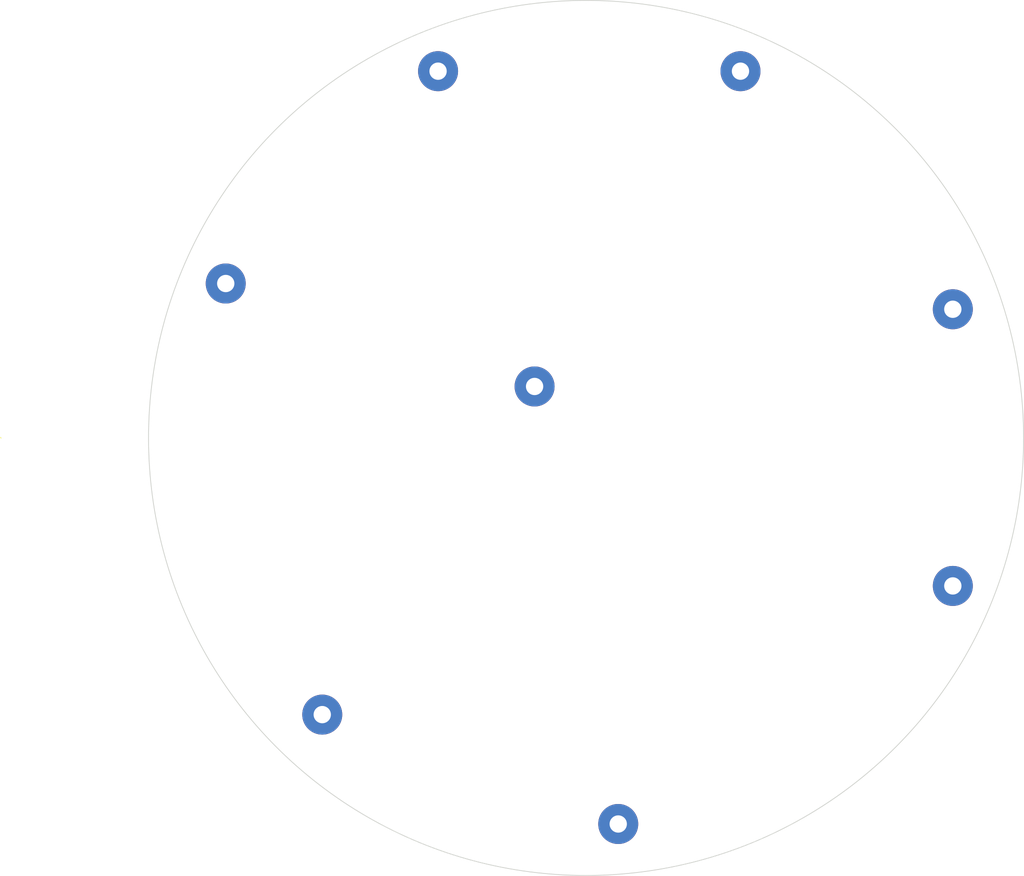
<source format=kicad_pcb>
(kicad_pcb (version 20171130) (host pcbnew "(5.1.9)-1")

  (general
    (thickness 1.6)
    (drawings 219)
    (tracks 8)
    (zones 0)
    (modules 0)
    (nets 1)
  )

  (page A4)
  (layers
    (0 F.Cu signal)
    (31 B.Cu signal)
    (32 B.Adhes user)
    (33 F.Adhes user)
    (34 B.Paste user)
    (35 F.Paste user)
    (36 B.SilkS user)
    (37 F.SilkS user)
    (38 B.Mask user)
    (39 F.Mask user)
    (40 Dwgs.User user)
    (41 Cmts.User user)
    (42 Eco1.User user)
    (43 Eco2.User user)
    (44 Edge.Cuts user)
    (45 Margin user)
    (46 B.CrtYd user)
    (47 F.CrtYd user)
    (48 B.Fab user)
    (49 F.Fab user)
  )

  (setup
    (last_trace_width 0.25)
    (trace_clearance 0.2)
    (zone_clearance 0.508)
    (zone_45_only no)
    (trace_min 0.2)
    (via_size 0.8)
    (via_drill 0.4)
    (via_min_size 0.4)
    (via_min_drill 0.3)
    (uvia_size 0.3)
    (uvia_drill 0.1)
    (uvias_allowed no)
    (uvia_min_size 0.2)
    (uvia_min_drill 0.1)
    (edge_width 0.05)
    (segment_width 0.2)
    (pcb_text_width 0.3)
    (pcb_text_size 1.5 1.5)
    (mod_edge_width 0.12)
    (mod_text_size 1 1)
    (mod_text_width 0.15)
    (pad_size 1.524 1.524)
    (pad_drill 0.762)
    (pad_to_mask_clearance 0)
    (aux_axis_origin 0 0)
    (visible_elements 7FFFFFFF)
    (pcbplotparams
      (layerselection 0x010fc_ffffffff)
      (usegerberextensions false)
      (usegerberattributes true)
      (usegerberadvancedattributes true)
      (creategerberjobfile true)
      (excludeedgelayer true)
      (linewidth 0.100000)
      (plotframeref false)
      (viasonmask false)
      (mode 1)
      (useauxorigin false)
      (hpglpennumber 1)
      (hpglpenspeed 20)
      (hpglpendiameter 15.000000)
      (psnegative false)
      (psa4output false)
      (plotreference true)
      (plotvalue true)
      (plotinvisibletext false)
      (padsonsilk false)
      (subtractmaskfromsilk false)
      (outputformat 1)
      (mirror false)
      (drillshape 1)
      (scaleselection 1)
      (outputdirectory ""))
  )

  (net 0 "")

  (net_class Default "This is the default net class."
    (clearance 0.2)
    (trace_width 0.25)
    (via_dia 0.8)
    (via_drill 0.4)
    (uvia_dia 0.3)
    (uvia_drill 0.1)
  )

  (net_class PowerLine ""
    (clearance 0.2)
    (trace_width 0.5)
    (via_dia 0.8)
    (via_drill 0.4)
    (uvia_dia 0.3)
    (uvia_drill 0.1)
  )

  (gr_curve (pts (xy -3.57189 95.2504) (xy -3.57189 95.2504) (xy -3.57189 95.2504) (xy -3.57189 95.2504)) (layer F.SilkS) (width 0.2))
  (gr_curve (pts (xy -3.57189 95.2504) (xy -3.57189 95.2504) (xy -3.57189 95.2504) (xy -3.57189 95.2504)) (layer F.SilkS) (width 0.2))
  (gr_curve (pts (xy -3.57189 95.2504) (xy -3.57189 95.2504) (xy -3.57189 95.2504) (xy -3.57189 95.2504)) (layer F.SilkS) (width 0.2))
  (gr_curve (pts (xy -3.57189 95.2504) (xy -3.57189 95.2504) (xy -3.57189 95.2504) (xy -3.57189 95.2504)) (layer F.SilkS) (width 0.2))
  (gr_curve (pts (xy -3.57189 95.2504) (xy -3.57189 95.2504) (xy -3.57189 95.2504) (xy -3.57189 95.2504)) (layer F.SilkS) (width 0.2))
  (gr_curve (pts (xy -3.57189 95.2504) (xy -3.57189 95.2504) (xy -3.57189 95.2504) (xy -3.57189 95.2504)) (layer F.SilkS) (width 0.2))
  (gr_curve (pts (xy -3.57189 95.2504) (xy -3.57189 95.2504) (xy -3.57189 95.2504) (xy -3.57189 95.2504)) (layer F.SilkS) (width 0.2))
  (gr_curve (pts (xy -3.57189 95.2504) (xy -3.57189 95.2504) (xy -3.57189 95.2504) (xy -3.57189 95.2504)) (layer F.SilkS) (width 0.2))
  (gr_curve (pts (xy -3.57189 95.2504) (xy -3.57189 95.2504) (xy -3.57189 95.2504) (xy -3.57189 95.2504)) (layer F.SilkS) (width 0.2))
  (gr_curve (pts (xy -3.57189 95.2504) (xy -3.57189 95.2504) (xy -3.57189 95.2504) (xy -3.57189 95.2504)) (layer F.SilkS) (width 0.2))
  (gr_curve (pts (xy -3.57189 95.2504) (xy -3.57189 95.2504) (xy -3.57189 95.2504) (xy -3.57189 95.2504)) (layer F.SilkS) (width 0.2))
  (gr_curve (pts (xy -3.57189 95.2504) (xy -3.57189 95.2504) (xy -3.57189 95.2504) (xy -3.57189 95.2504)) (layer F.SilkS) (width 0.2))
  (gr_curve (pts (xy -3.57189 95.2504) (xy -3.57189 95.2504) (xy -3.57189 95.2504) (xy -3.57189 95.2504)) (layer F.SilkS) (width 0.2))
  (gr_curve (pts (xy -3.57189 95.2504) (xy -3.57189 95.2504) (xy -3.57189 95.2504) (xy -3.57189 95.2504)) (layer F.SilkS) (width 0.2))
  (gr_curve (pts (xy -3.57189 95.2504) (xy -3.57189 95.2504) (xy -3.57189 95.2504) (xy -3.57189 95.2504)) (layer F.SilkS) (width 0.2))
  (gr_curve (pts (xy -3.57189 95.2504) (xy -3.57189 95.2504) (xy -3.57189 95.2504) (xy -3.57189 95.2504)) (layer F.SilkS) (width 0.2))
  (gr_curve (pts (xy -3.57189 95.2504) (xy -3.57189 95.2504) (xy -3.57189 95.2504) (xy -3.57189 95.2504)) (layer F.SilkS) (width 0.2))
  (gr_curve (pts (xy -3.57189 95.2504) (xy -3.57189 95.2504) (xy -3.57189 95.2504) (xy -3.57189 95.2504)) (layer F.SilkS) (width 0.2))
  (gr_curve (pts (xy -3.57189 95.2504) (xy -3.57189 95.2504) (xy -3.57189 95.2504) (xy -3.57189 95.2504)) (layer F.SilkS) (width 0.2))
  (gr_curve (pts (xy -3.57189 95.2504) (xy -3.57189 95.2504) (xy -3.57189 95.2504) (xy -3.57189 95.2504)) (layer F.SilkS) (width 0.2))
  (gr_curve (pts (xy -3.57189 95.2504) (xy -3.57189 95.2504) (xy -3.57189 95.2504) (xy -3.57189 95.2504)) (layer F.SilkS) (width 0.2))
  (gr_curve (pts (xy -3.57189 95.2504) (xy -3.57189 95.2504) (xy -3.57189 95.2504) (xy -3.57189 95.2504)) (layer F.SilkS) (width 0.2))
  (gr_curve (pts (xy -3.57189 95.2504) (xy -3.57189 95.2504) (xy -3.57189 95.2504) (xy -3.57189 95.2504)) (layer F.SilkS) (width 0.2))
  (gr_curve (pts (xy -3.57189 95.2504) (xy -3.57189 95.2504) (xy -3.57189 95.2504) (xy -3.57189 95.2504)) (layer F.SilkS) (width 0.2))
  (gr_curve (pts (xy -3.57189 95.2504) (xy -3.57189 95.2504) (xy -3.57189 95.2504) (xy -3.57189 95.2504)) (layer F.SilkS) (width 0.2))
  (gr_curve (pts (xy -3.57189 95.2504) (xy -3.57189 95.2504) (xy -3.57189 95.2504) (xy -3.57189 95.2504)) (layer F.SilkS) (width 0.2))
  (gr_curve (pts (xy -3.57189 95.2504) (xy -3.57189 95.2504) (xy -3.57189 95.2504) (xy -3.57189 95.2504)) (layer F.SilkS) (width 0.2))
  (gr_curve (pts (xy -3.57189 95.2504) (xy -3.57189 95.2504) (xy -3.57189 95.2504) (xy -3.57189 95.2504)) (layer F.SilkS) (width 0.2))
  (gr_curve (pts (xy -3.57189 95.2504) (xy -3.57189 95.2504) (xy -3.57189 95.2504) (xy -3.57189 95.2504)) (layer F.SilkS) (width 0.2))
  (gr_curve (pts (xy -3.57189 95.2504) (xy -3.57189 95.2504) (xy -3.57189 95.2504) (xy -3.57189 95.2504)) (layer F.SilkS) (width 0.2))
  (gr_curve (pts (xy -3.57189 95.2504) (xy -3.57189 95.2504) (xy -3.57189 95.2504) (xy -3.57189 95.2504)) (layer F.SilkS) (width 0.2))
  (gr_curve (pts (xy -3.57189 95.2504) (xy -3.57189 95.2504) (xy -3.57189 95.2504) (xy -3.57189 95.2504)) (layer F.SilkS) (width 0.2))
  (gr_curve (pts (xy -3.57189 95.2504) (xy -3.57189 95.2504) (xy -3.57189 95.2504) (xy -3.57189 95.2504)) (layer F.SilkS) (width 0.2))
  (gr_curve (pts (xy -3.57189 95.2504) (xy -3.57189 95.2504) (xy -3.57189 95.2504) (xy -3.57189 95.2504)) (layer F.SilkS) (width 0.2))
  (gr_curve (pts (xy -3.57189 95.2504) (xy -3.57189 95.2504) (xy -3.57189 95.2504) (xy -3.57189 95.2504)) (layer F.SilkS) (width 0.2))
  (gr_curve (pts (xy -3.57189 95.2504) (xy -3.57189 95.2504) (xy -3.57189 95.2504) (xy -3.57189 95.2504)) (layer F.SilkS) (width 0.2))
  (gr_curve (pts (xy -3.57189 95.2504) (xy -3.57189 95.2504) (xy -3.57189 95.2504) (xy -3.57189 95.2504)) (layer F.SilkS) (width 0.2))
  (gr_curve (pts (xy -3.57189 95.2504) (xy -3.57189 95.2504) (xy -3.57189 95.2504) (xy -3.57189 95.2504)) (layer F.SilkS) (width 0.2))
  (gr_curve (pts (xy -3.57189 95.2504) (xy -3.57189 95.2504) (xy -3.57189 95.2504) (xy -3.57189 95.2504)) (layer F.SilkS) (width 0.2))
  (gr_curve (pts (xy -3.57189 95.2504) (xy -3.57189 95.2504) (xy -3.57189 95.2504) (xy -3.57189 95.2504)) (layer F.SilkS) (width 0.2))
  (gr_curve (pts (xy -3.57189 95.2504) (xy -3.57189 95.2504) (xy -3.57189 95.2504) (xy -3.57189 95.2504)) (layer F.SilkS) (width 0.2))
  (gr_curve (pts (xy -3.57189 95.2504) (xy -3.57189 95.2504) (xy -3.57189 95.2504) (xy -3.57189 95.2504)) (layer F.SilkS) (width 0.2))
  (gr_curve (pts (xy -3.57189 95.2504) (xy -3.57189 95.2504) (xy -3.57189 95.2504) (xy -3.57189 95.2504)) (layer F.SilkS) (width 0.2))
  (gr_curve (pts (xy -3.57189 95.2504) (xy -3.57189 95.2504) (xy -3.57189 95.2504) (xy -3.57189 95.2504)) (layer F.SilkS) (width 0.2))
  (gr_curve (pts (xy -3.57189 95.2504) (xy -3.57189 95.2504) (xy -3.57189 95.2504) (xy -3.57189 95.2504)) (layer F.SilkS) (width 0.2))
  (gr_curve (pts (xy -3.57189 95.2504) (xy -3.57189 95.2504) (xy -3.57189 95.2504) (xy -3.57189 95.2504)) (layer F.SilkS) (width 0.2))
  (gr_curve (pts (xy -3.57189 95.2504) (xy -3.57189 95.2504) (xy -3.57189 95.2504) (xy -3.57189 95.2504)) (layer F.SilkS) (width 0.2))
  (gr_curve (pts (xy -3.57189 95.2504) (xy -3.57189 95.2504) (xy -3.57189 95.2504) (xy -3.57189 95.2504)) (layer F.SilkS) (width 0.2))
  (gr_curve (pts (xy -3.57189 95.2504) (xy -3.57189 95.2504) (xy -3.57189 95.2504) (xy -3.57189 95.2504)) (layer F.SilkS) (width 0.2))
  (gr_curve (pts (xy -3.57189 95.2504) (xy -3.57189 95.2504) (xy -3.57189 95.2504) (xy -3.57189 95.2504)) (layer F.SilkS) (width 0.2))
  (gr_curve (pts (xy -3.57189 95.2504) (xy -3.57189 95.2504) (xy -3.57189 95.2504) (xy -3.57189 95.2504)) (layer F.SilkS) (width 0.2))
  (gr_curve (pts (xy -3.57189 95.2504) (xy -3.57189 95.2504) (xy -3.57189 95.2504) (xy -3.57189 95.2504)) (layer F.SilkS) (width 0.2))
  (gr_curve (pts (xy -3.57189 95.2504) (xy -3.57189 95.2504) (xy -3.57189 95.2504) (xy -3.57189 95.2504)) (layer F.SilkS) (width 0.2))
  (gr_curve (pts (xy -3.57189 95.2504) (xy -3.57189 95.2504) (xy -3.57189 95.2504) (xy -3.57189 95.2504)) (layer F.SilkS) (width 0.2))
  (gr_curve (pts (xy -3.57189 95.2504) (xy -3.57189 95.2504) (xy -3.57189 95.2504) (xy -3.57189 95.2504)) (layer F.SilkS) (width 0.2))
  (gr_curve (pts (xy -3.57189 95.2504) (xy -3.57189 95.2504) (xy -3.57189 95.2504) (xy -3.57189 95.2504)) (layer F.SilkS) (width 0.2))
  (gr_curve (pts (xy -3.57189 95.2504) (xy -3.57189 95.2504) (xy -3.57189 95.2504) (xy -3.57189 95.2504)) (layer F.SilkS) (width 0.2))
  (gr_curve (pts (xy -3.57189 95.2504) (xy -3.57189 95.2504) (xy -3.57189 95.2504) (xy -3.57189 95.2504)) (layer F.SilkS) (width 0.2))
  (gr_curve (pts (xy -3.57189 95.2504) (xy -3.57189 95.2504) (xy -3.57189 95.2504) (xy -3.57189 95.2504)) (layer F.SilkS) (width 0.2))
  (gr_curve (pts (xy -3.57189 95.2504) (xy -3.57189 95.2504) (xy -3.57189 95.2504) (xy -3.57189 95.2504)) (layer F.SilkS) (width 0.2))
  (gr_curve (pts (xy -3.57189 95.2504) (xy -3.57189 95.2504) (xy -3.57189 95.2504) (xy -3.57189 95.2504)) (layer F.SilkS) (width 0.2))
  (gr_curve (pts (xy -3.57189 95.2504) (xy -3.57189 95.2504) (xy -3.57189 95.2504) (xy -3.57189 95.2504)) (layer F.SilkS) (width 0.2))
  (gr_curve (pts (xy -3.57189 95.2504) (xy -3.57189 95.2504) (xy -3.57189 95.2504) (xy -3.57189 95.2504)) (layer F.SilkS) (width 0.2))
  (gr_curve (pts (xy -3.57189 95.2504) (xy -3.57189 95.2504) (xy -3.57189 95.2504) (xy -3.57189 95.2504)) (layer F.SilkS) (width 0.2))
  (gr_curve (pts (xy -3.57189 95.2504) (xy -3.57189 95.2504) (xy -3.57189 95.2504) (xy -3.57189 95.2504)) (layer F.SilkS) (width 0.2))
  (gr_curve (pts (xy -3.57189 95.2504) (xy -3.57189 95.2504) (xy -3.57189 95.2504) (xy -3.57189 95.2504)) (layer F.SilkS) (width 0.2))
  (gr_curve (pts (xy -3.57189 95.2504) (xy -3.57189 95.2504) (xy -3.57189 95.2504) (xy -3.57189 95.2504)) (layer F.SilkS) (width 0.2))
  (gr_curve (pts (xy -3.57189 95.2504) (xy -3.57189 95.2504) (xy -3.57189 95.2504) (xy -3.57189 95.2504)) (layer F.SilkS) (width 0.2))
  (gr_curve (pts (xy -3.57189 95.2504) (xy -3.57189 95.2504) (xy -3.57189 95.2504) (xy -3.57189 95.2504)) (layer F.SilkS) (width 0.2))
  (gr_curve (pts (xy -3.57189 95.2504) (xy -3.57189 95.2504) (xy -3.57189 95.2504) (xy -3.57189 95.2504)) (layer F.SilkS) (width 0.2))
  (gr_curve (pts (xy -3.57189 95.2504) (xy -3.57189 95.2504) (xy -3.57189 95.2504) (xy -3.57189 95.2504)) (layer F.SilkS) (width 0.2))
  (gr_curve (pts (xy -3.57189 95.2504) (xy -3.57189 95.2504) (xy -3.57189 95.2504) (xy -3.57189 95.2504)) (layer F.SilkS) (width 0.2))
  (gr_curve (pts (xy -3.57189 95.2504) (xy -3.57189 95.2504) (xy -3.57189 95.2504) (xy -3.57189 95.2504)) (layer F.SilkS) (width 0.2))
  (gr_curve (pts (xy -3.57189 95.2504) (xy -3.57189 95.2504) (xy -3.57189 95.2504) (xy -3.57189 95.2504)) (layer F.SilkS) (width 0.2))
  (gr_curve (pts (xy -3.57189 95.2504) (xy -3.57189 95.2504) (xy -3.57189 95.2504) (xy -3.57189 95.2504)) (layer F.SilkS) (width 0.2))
  (gr_curve (pts (xy -3.57189 95.2504) (xy -3.57189 95.2504) (xy -3.57189 95.2504) (xy -3.57189 95.2504)) (layer F.SilkS) (width 0.2))
  (gr_curve (pts (xy -3.57189 95.2504) (xy -3.57189 95.2504) (xy -3.57189 95.2504) (xy -3.57189 95.2504)) (layer F.SilkS) (width 0.2))
  (gr_curve (pts (xy -3.57189 95.2504) (xy -3.57189 95.2504) (xy -3.57189 95.2504) (xy -3.57189 95.2504)) (layer F.SilkS) (width 0.2))
  (gr_curve (pts (xy -3.57189 95.2504) (xy -3.57189 95.2504) (xy -3.57189 95.2504) (xy -3.57189 95.2504)) (layer F.SilkS) (width 0.2))
  (gr_curve (pts (xy -3.57189 95.2504) (xy -3.57189 95.2504) (xy -3.57189 95.2504) (xy -3.57189 95.2504)) (layer F.SilkS) (width 0.2))
  (gr_curve (pts (xy -3.57189 95.2504) (xy -3.57189 95.2504) (xy -3.57189 95.2504) (xy -3.57189 95.2504)) (layer F.SilkS) (width 0.2))
  (gr_curve (pts (xy -3.57189 95.2504) (xy -3.57189 95.2504) (xy -3.57189 95.2504) (xy -3.57189 95.2504)) (layer F.SilkS) (width 0.2))
  (gr_curve (pts (xy -3.57189 95.2504) (xy -3.57189 95.2504) (xy -3.57189 95.2504) (xy -3.57189 95.2504)) (layer F.SilkS) (width 0.2))
  (gr_curve (pts (xy -3.57189 95.2504) (xy -3.57189 95.2504) (xy -3.57189 95.2504) (xy -3.57189 95.2504)) (layer F.SilkS) (width 0.2))
  (gr_curve (pts (xy -3.57189 95.2504) (xy -3.57189 95.2504) (xy -3.57189 95.2504) (xy -3.57189 95.2504)) (layer F.SilkS) (width 0.2))
  (gr_curve (pts (xy -3.57189 95.2504) (xy -3.57189 95.2504) (xy -3.57189 95.2504) (xy -3.57189 95.2504)) (layer F.SilkS) (width 0.2))
  (gr_curve (pts (xy -3.57189 95.2504) (xy -3.57189 95.2504) (xy -3.57189 95.2504) (xy -3.57189 95.2504)) (layer F.SilkS) (width 0.2))
  (gr_curve (pts (xy -3.57189 95.2504) (xy -3.57189 95.2504) (xy -3.57189 95.2504) (xy -3.57189 95.2504)) (layer F.SilkS) (width 0.2))
  (gr_curve (pts (xy -3.57189 95.2504) (xy -3.57189 95.2504) (xy -3.57189 95.2504) (xy -3.57189 95.2504)) (layer F.SilkS) (width 0.2))
  (gr_curve (pts (xy -3.57189 95.2504) (xy -3.57189 95.2504) (xy -3.57189 95.2504) (xy -3.57189 95.2504)) (layer F.SilkS) (width 0.2))
  (gr_curve (pts (xy -3.57189 95.2504) (xy -3.57189 95.2504) (xy -3.57189 95.2504) (xy -3.57189 95.2504)) (layer F.SilkS) (width 0.2))
  (gr_curve (pts (xy -3.57189 95.2504) (xy -3.57189 95.2504) (xy -3.57189 95.2504) (xy -3.57189 95.2504)) (layer F.SilkS) (width 0.2))
  (gr_curve (pts (xy -3.57189 95.2504) (xy -3.57189 95.2504) (xy -3.57189 95.2504) (xy -3.57189 95.2504)) (layer F.SilkS) (width 0.2))
  (gr_curve (pts (xy -3.57189 95.2504) (xy -3.57189 95.2504) (xy -3.57189 95.2504) (xy -3.57189 95.2504)) (layer F.SilkS) (width 0.2))
  (gr_curve (pts (xy -3.57189 95.2504) (xy -3.57189 95.2504) (xy -3.57189 95.2504) (xy -3.57189 95.2504)) (layer F.SilkS) (width 0.2))
  (gr_curve (pts (xy -3.57189 95.2504) (xy -3.57189 95.2504) (xy -3.57189 95.2504) (xy -3.57189 95.2504)) (layer F.SilkS) (width 0.2))
  (gr_curve (pts (xy -3.57189 95.2504) (xy -3.57189 95.2504) (xy -3.57189 95.2504) (xy -3.57189 95.2504)) (layer F.SilkS) (width 0.2))
  (gr_curve (pts (xy -3.57189 95.2504) (xy -3.57189 95.2504) (xy -3.57189 95.2504) (xy -3.57189 95.2504)) (layer F.SilkS) (width 0.2))
  (gr_curve (pts (xy -3.57189 95.2504) (xy -3.57189 95.2504) (xy -3.57189 95.2504) (xy -3.57189 95.2504)) (layer F.SilkS) (width 0.2))
  (gr_curve (pts (xy -3.57189 95.2504) (xy -3.57189 95.2504) (xy -3.57189 95.2504) (xy -3.57189 95.2504)) (layer F.SilkS) (width 0.2))
  (gr_curve (pts (xy -3.57189 95.2504) (xy -3.57189 95.2504) (xy -3.57189 95.2504) (xy -3.57189 95.2504)) (layer F.SilkS) (width 0.2))
  (gr_curve (pts (xy -3.57189 95.2504) (xy -3.57189 95.2504) (xy -3.57189 95.2504) (xy -3.57189 95.2504)) (layer F.SilkS) (width 0.2))
  (gr_curve (pts (xy -3.57189 95.2504) (xy -3.57189 95.2504) (xy -3.57189 95.2504) (xy -3.57189 95.2504)) (layer F.SilkS) (width 0.2))
  (gr_curve (pts (xy -3.57189 95.2504) (xy -3.57189 95.2504) (xy -3.57189 95.2504) (xy -3.57189 95.2504)) (layer F.SilkS) (width 0.2))
  (gr_curve (pts (xy -3.57189 95.2504) (xy -3.57189 95.2504) (xy -3.57189 95.2504) (xy -3.57189 95.2504)) (layer F.SilkS) (width 0.2))
  (gr_curve (pts (xy -3.57189 95.2504) (xy -3.57189 95.2504) (xy -3.57189 95.2504) (xy -3.57189 95.2504)) (layer F.SilkS) (width 0.2))
  (gr_curve (pts (xy -3.57189 95.2504) (xy -3.57189 95.2504) (xy -3.57189 95.2504) (xy -3.57189 95.2504)) (layer F.SilkS) (width 0.2))
  (gr_curve (pts (xy -3.57189 95.2504) (xy -3.57189 95.2504) (xy -3.57189 95.2504) (xy -3.57189 95.2504)) (layer F.SilkS) (width 0.2))
  (gr_curve (pts (xy -3.57189 95.2504) (xy -3.57189 95.2504) (xy -3.57189 95.2504) (xy -3.57189 95.2504)) (layer F.SilkS) (width 0.2))
  (gr_curve (pts (xy -3.57189 95.2504) (xy -3.57189 95.2504) (xy -3.57189 95.2504) (xy -3.57189 95.2504)) (layer F.SilkS) (width 0.2))
  (gr_curve (pts (xy -3.57189 95.2504) (xy -3.57189 95.2504) (xy -3.57189 95.2504) (xy -3.57189 95.2504)) (layer F.SilkS) (width 0.2))
  (gr_curve (pts (xy -3.57189 95.2504) (xy -3.57189 95.2504) (xy -3.57189 95.2504) (xy -3.57189 95.2504)) (layer F.SilkS) (width 0.2))
  (gr_curve (pts (xy -3.57189 95.2504) (xy -3.57189 95.2504) (xy -3.57189 95.2504) (xy -3.57189 95.2504)) (layer F.SilkS) (width 0.2))
  (gr_curve (pts (xy -3.57189 95.2504) (xy -3.57189 95.2504) (xy -3.57189 95.2504) (xy -3.57189 95.2504)) (layer F.SilkS) (width 0.2))
  (gr_curve (pts (xy -3.57189 95.2504) (xy -3.57189 95.2504) (xy -3.57189 95.2504) (xy -3.57189 95.2504)) (layer F.SilkS) (width 0.2))
  (gr_curve (pts (xy -3.57189 95.2504) (xy -3.57189 95.2504) (xy -3.57189 95.2504) (xy -3.57189 95.2504)) (layer F.SilkS) (width 0.2))
  (gr_curve (pts (xy -3.57189 95.2504) (xy -3.57189 95.2504) (xy -3.57189 95.2504) (xy -3.57189 95.2504)) (layer F.SilkS) (width 0.2))
  (gr_curve (pts (xy -3.57189 95.2504) (xy -3.57189 95.2504) (xy -3.57189 95.2504) (xy -3.57189 95.2504)) (layer F.SilkS) (width 0.2))
  (gr_curve (pts (xy -3.57189 95.2504) (xy -3.57189 95.2504) (xy -3.57189 95.2504) (xy -3.57189 95.2504)) (layer F.SilkS) (width 0.2))
  (gr_curve (pts (xy -3.57189 95.2504) (xy -3.57189 95.2504) (xy -3.57189 95.2504) (xy -3.57189 95.2504)) (layer F.SilkS) (width 0.2))
  (gr_curve (pts (xy -3.57189 95.2504) (xy -3.57189 95.2504) (xy -3.57189 95.2504) (xy -3.57189 95.2504)) (layer F.SilkS) (width 0.2))
  (gr_curve (pts (xy -3.57189 95.2504) (xy -3.57189 95.2504) (xy -3.57189 95.2504) (xy -3.57189 95.2504)) (layer F.SilkS) (width 0.2))
  (gr_curve (pts (xy -3.57189 95.2504) (xy -3.57189 95.2504) (xy -3.57189 95.2504) (xy -3.57189 95.2504)) (layer F.SilkS) (width 0.2))
  (gr_curve (pts (xy -3.57189 95.2504) (xy -3.57189 95.2504) (xy -3.57189 95.2504) (xy -3.57189 95.2504)) (layer F.SilkS) (width 0.2))
  (gr_curve (pts (xy -3.57189 95.2504) (xy -3.57189 95.2504) (xy -3.57189 95.2504) (xy -3.57189 95.2504)) (layer F.SilkS) (width 0.2))
  (gr_curve (pts (xy -3.57189 95.2504) (xy -3.57189 95.2504) (xy -3.57189 95.2504) (xy -3.57189 95.2504)) (layer F.SilkS) (width 0.2))
  (gr_curve (pts (xy -3.57189 95.2504) (xy -3.57189 95.2504) (xy -3.57189 95.2504) (xy -3.57189 95.2504)) (layer F.SilkS) (width 0.2))
  (gr_curve (pts (xy -3.57189 95.2504) (xy -3.57189 95.2504) (xy -3.57189 95.2504) (xy -3.57189 95.2504)) (layer F.SilkS) (width 0.2))
  (gr_curve (pts (xy -3.57189 95.2504) (xy -3.57189 95.2504) (xy -3.57189 95.2504) (xy -3.57189 95.2504)) (layer F.SilkS) (width 0.2))
  (gr_curve (pts (xy -3.57189 95.2504) (xy -3.57189 95.2504) (xy -3.57189 95.2504) (xy -3.57189 95.2504)) (layer F.SilkS) (width 0.2))
  (gr_curve (pts (xy -3.57189 95.2504) (xy -3.57189 95.2504) (xy -3.57189 95.2504) (xy -3.57189 95.2504)) (layer F.SilkS) (width 0.2))
  (gr_curve (pts (xy -3.57189 95.2504) (xy -3.57189 95.2504) (xy -3.57189 95.2504) (xy -3.57189 95.2504)) (layer F.SilkS) (width 0.2))
  (gr_curve (pts (xy -3.57189 95.2504) (xy -3.57189 95.2504) (xy -3.57189 95.2504) (xy -3.57189 95.2504)) (layer F.SilkS) (width 0.2))
  (gr_curve (pts (xy -3.57189 95.2504) (xy -3.57189 95.2504) (xy -3.57189 95.2504) (xy -3.57189 95.2504)) (layer F.SilkS) (width 0.2))
  (gr_curve (pts (xy -3.57189 95.2504) (xy -3.57189 95.2504) (xy -3.57189 95.2504) (xy -3.57189 95.2504)) (layer F.SilkS) (width 0.2))
  (gr_curve (pts (xy -3.57189 95.2504) (xy -3.57189 95.2504) (xy -3.57189 95.2504) (xy -3.57189 95.2504)) (layer F.SilkS) (width 0.2))
  (gr_curve (pts (xy -3.57189 95.2504) (xy -3.57189 95.2504) (xy -3.57189 95.2504) (xy -3.57189 95.2504)) (layer F.SilkS) (width 0.2))
  (gr_curve (pts (xy -3.57189 95.2504) (xy -3.57189 95.2504) (xy -3.57189 95.2504) (xy -3.57189 95.2504)) (layer F.SilkS) (width 0.2))
  (gr_curve (pts (xy -3.57189 95.2504) (xy -3.57189 95.2504) (xy -3.57189 95.2504) (xy -3.57189 95.2504)) (layer F.SilkS) (width 0.2))
  (gr_curve (pts (xy -3.57189 95.2504) (xy -3.57189 95.2504) (xy -3.57189 95.2504) (xy -3.57189 95.2504)) (layer F.SilkS) (width 0.2))
  (gr_curve (pts (xy -3.57189 95.2504) (xy -3.57189 95.2504) (xy -3.57189 95.2504) (xy -3.57189 95.2504)) (layer F.SilkS) (width 0.2))
  (gr_curve (pts (xy -3.57189 95.2504) (xy -3.57189 95.2504) (xy -3.57189 95.2504) (xy -3.57189 95.2504)) (layer F.SilkS) (width 0.2))
  (gr_curve (pts (xy -3.57189 95.2504) (xy -3.57189 95.2504) (xy -3.57189 95.2504) (xy -3.57189 95.2504)) (layer F.SilkS) (width 0.2))
  (gr_curve (pts (xy -3.57189 95.2504) (xy -3.57189 95.2504) (xy -3.57189 95.2504) (xy -3.57189 95.2504)) (layer F.SilkS) (width 0.2))
  (gr_curve (pts (xy -3.57189 95.2504) (xy -3.57189 95.2504) (xy -3.57189 95.2504) (xy -3.57189 95.2504)) (layer F.SilkS) (width 0.2))
  (gr_curve (pts (xy -3.57189 95.2504) (xy -3.57189 95.2504) (xy -3.57189 95.2504) (xy -3.57189 95.2504)) (layer F.SilkS) (width 0.2))
  (gr_curve (pts (xy -3.57189 95.2504) (xy -3.57189 95.2504) (xy -3.57189 95.2504) (xy -3.57189 95.2504)) (layer F.SilkS) (width 0.2))
  (gr_curve (pts (xy -3.57189 95.2504) (xy -3.57189 95.2504) (xy -3.57189 95.2504) (xy -3.57189 95.2504)) (layer F.SilkS) (width 0.2))
  (gr_curve (pts (xy -3.57189 95.2504) (xy -3.57189 95.2504) (xy -3.57189 95.2504) (xy -3.57189 95.2504)) (layer F.SilkS) (width 0.2))
  (gr_curve (pts (xy -3.57189 95.2504) (xy -3.57189 95.2504) (xy -3.57189 95.2504) (xy -3.57189 95.2504)) (layer F.SilkS) (width 0.2))
  (gr_curve (pts (xy -3.57189 95.2504) (xy -3.57189 95.2504) (xy -3.57189 95.2504) (xy -3.57189 95.2504)) (layer F.SilkS) (width 0.2))
  (gr_curve (pts (xy -3.57189 95.2504) (xy -3.57189 95.2504) (xy -3.57189 95.2504) (xy -3.57189 95.2504)) (layer F.SilkS) (width 0.2))
  (gr_curve (pts (xy -3.57189 95.2504) (xy -3.57189 95.2504) (xy -3.57189 95.2504) (xy -3.57189 95.2504)) (layer F.SilkS) (width 0.2))
  (gr_curve (pts (xy -3.57189 95.2504) (xy -3.57189 95.2504) (xy -3.57189 95.2504) (xy -3.57189 95.2504)) (layer F.SilkS) (width 0.2))
  (gr_curve (pts (xy -3.57189 95.2504) (xy -3.57189 95.2504) (xy -3.57189 95.2504) (xy -3.57189 95.2504)) (layer F.SilkS) (width 0.2))
  (gr_curve (pts (xy -3.57189 95.2504) (xy -3.57189 95.2504) (xy -3.57189 95.2504) (xy -3.57189 95.2504)) (layer F.SilkS) (width 0.2))
  (gr_curve (pts (xy -3.57189 95.2504) (xy -3.57189 95.2504) (xy -3.57189 95.2504) (xy -3.57189 95.2504)) (layer F.SilkS) (width 0.2))
  (gr_curve (pts (xy -3.57189 95.2504) (xy -3.57189 95.2504) (xy -3.57189 95.2504) (xy -3.57189 95.2504)) (layer F.SilkS) (width 0.2))
  (gr_curve (pts (xy -3.57189 95.2504) (xy -3.57189 95.2504) (xy -3.57189 95.2504) (xy -3.57189 95.2504)) (layer F.SilkS) (width 0.2))
  (gr_curve (pts (xy -3.57189 95.2504) (xy -3.57189 95.2504) (xy -3.57189 95.2504) (xy -3.57189 95.2504)) (layer F.SilkS) (width 0.2))
  (gr_curve (pts (xy -3.57189 95.2504) (xy -3.57189 95.2504) (xy -3.57189 95.2504) (xy -3.57189 95.2504)) (layer F.SilkS) (width 0.2))
  (gr_curve (pts (xy -3.57189 95.2504) (xy -3.57189 95.2504) (xy -3.57189 95.2504) (xy -3.57189 95.2504)) (layer F.SilkS) (width 0.2))
  (gr_curve (pts (xy -3.57189 95.2504) (xy -3.57189 95.2504) (xy -3.57189 95.2504) (xy -3.57189 95.2504)) (layer F.SilkS) (width 0.2))
  (gr_curve (pts (xy -3.57189 95.2504) (xy -3.57189 95.2504) (xy -3.57189 95.2504) (xy -3.57189 95.2504)) (layer F.SilkS) (width 0.2))
  (gr_curve (pts (xy -3.57189 95.2504) (xy -3.57189 95.2504) (xy -3.57189 95.2504) (xy -3.57189 95.2504)) (layer F.SilkS) (width 0.2))
  (gr_curve (pts (xy -3.57189 95.2504) (xy -3.57189 95.2504) (xy -3.57189 95.2504) (xy -3.57189 95.2504)) (layer F.SilkS) (width 0.2))
  (gr_curve (pts (xy -3.57189 95.2504) (xy -3.57189 95.2504) (xy -3.57189 95.2504) (xy -3.57189 95.2504)) (layer F.SilkS) (width 0.2))
  (gr_curve (pts (xy -3.57189 95.2504) (xy -3.57189 95.2504) (xy -3.57189 95.2504) (xy -3.57189 95.2504)) (layer F.SilkS) (width 0.2))
  (gr_curve (pts (xy -3.57189 95.2504) (xy -3.57189 95.2504) (xy -3.57189 95.2504) (xy -3.57189 95.2504)) (layer F.SilkS) (width 0.2))
  (gr_curve (pts (xy -3.57189 95.2504) (xy -3.57189 95.2504) (xy -3.57189 95.2504) (xy -3.57189 95.2504)) (layer F.SilkS) (width 0.2))
  (gr_curve (pts (xy -3.57189 95.2504) (xy -3.57189 95.2504) (xy -3.57189 95.2504) (xy -3.57189 95.2504)) (layer F.SilkS) (width 0.2))
  (gr_curve (pts (xy -3.57189 95.2504) (xy -3.57189 95.2504) (xy -3.57189 95.2504) (xy -3.57189 95.2504)) (layer F.SilkS) (width 0.2))
  (gr_curve (pts (xy -3.57189 95.2504) (xy -3.57189 95.2504) (xy -3.57189 95.2504) (xy -3.57189 95.2504)) (layer F.SilkS) (width 0.2))
  (gr_curve (pts (xy -3.57189 95.2504) (xy -3.57189 95.2504) (xy -3.57189 95.2504) (xy -3.57189 95.2504)) (layer F.SilkS) (width 0.2))
  (gr_curve (pts (xy -3.57189 95.2504) (xy -3.57189 95.2504) (xy -3.57189 95.2504) (xy -3.57189 95.2504)) (layer F.SilkS) (width 0.2))
  (gr_curve (pts (xy -3.57189 95.2504) (xy -3.57189 95.2504) (xy -3.57189 95.2504) (xy -3.57189 95.2504)) (layer F.SilkS) (width 0.2))
  (gr_curve (pts (xy -3.57189 95.2504) (xy -3.57189 95.2504) (xy -3.57189 95.2504) (xy -3.57189 95.2504)) (layer F.SilkS) (width 0.2))
  (gr_curve (pts (xy -3.57189 95.2504) (xy -3.57189 95.2504) (xy -3.57189 95.2504) (xy -3.57189 95.2504)) (layer F.SilkS) (width 0.2))
  (gr_curve (pts (xy -3.57189 95.2504) (xy -3.57189 95.2504) (xy -3.57189 95.2504) (xy -3.57189 95.2504)) (layer F.SilkS) (width 0.2))
  (gr_curve (pts (xy -3.57189 95.2504) (xy -3.57189 95.2504) (xy -3.57189 95.2504) (xy -3.57189 95.2504)) (layer F.SilkS) (width 0.2))
  (gr_curve (pts (xy -3.57189 95.2504) (xy -3.57189 95.2504) (xy -3.57189 95.2504) (xy -3.57189 95.2504)) (layer F.SilkS) (width 0.2))
  (gr_curve (pts (xy -3.57189 95.2504) (xy -3.57189 95.2504) (xy -3.57189 95.2504) (xy -3.57189 95.2504)) (layer F.SilkS) (width 0.2))
  (gr_curve (pts (xy -3.57189 95.2504) (xy -3.57189 95.2504) (xy -3.57189 95.2504) (xy -3.57189 95.2504)) (layer F.SilkS) (width 0.2))
  (gr_curve (pts (xy -3.57189 95.2504) (xy -3.57189 95.2504) (xy -3.57189 95.2504) (xy -3.57189 95.2504)) (layer F.SilkS) (width 0.2))
  (gr_curve (pts (xy -3.57189 95.2504) (xy -3.57189 95.2504) (xy -3.57189 95.2504) (xy -3.57189 95.2504)) (layer F.SilkS) (width 0.2))
  (gr_curve (pts (xy -3.57189 95.2504) (xy -3.57189 95.2504) (xy -3.57189 95.2504) (xy -3.57189 95.2504)) (layer F.SilkS) (width 0.2))
  (gr_curve (pts (xy -3.57189 95.2504) (xy -3.57189 95.2504) (xy -3.57189 95.2504) (xy -3.57189 95.2504)) (layer F.SilkS) (width 0.2))
  (gr_curve (pts (xy -3.57189 95.2504) (xy -3.57189 95.2504) (xy -3.57189 95.2504) (xy -3.57189 95.2504)) (layer F.SilkS) (width 0.2))
  (gr_curve (pts (xy -3.57189 95.2504) (xy -3.57189 95.2504) (xy -3.57189 95.2504) (xy -3.57189 95.2504)) (layer F.SilkS) (width 0.2))
  (gr_curve (pts (xy -3.57189 95.2504) (xy -3.57189 95.2504) (xy -3.57189 95.2504) (xy -3.57189 95.2504)) (layer F.SilkS) (width 0.2))
  (gr_curve (pts (xy -3.57189 95.2504) (xy -3.57189 95.2504) (xy -3.57189 95.2504) (xy -3.57189 95.2504)) (layer F.SilkS) (width 0.2))
  (gr_curve (pts (xy -3.57189 95.2504) (xy -3.57189 95.2504) (xy -3.57189 95.2504) (xy -3.57189 95.2504)) (layer F.SilkS) (width 0.2))
  (gr_curve (pts (xy -3.57189 95.2504) (xy -3.57189 95.2504) (xy -3.57189 95.2504) (xy -3.57189 95.2504)) (layer F.SilkS) (width 0.2))
  (gr_curve (pts (xy -3.57189 95.2504) (xy -3.57189 95.2504) (xy -3.57189 95.2504) (xy -3.57189 95.2504)) (layer F.SilkS) (width 0.2))
  (gr_curve (pts (xy -3.57189 95.2504) (xy -3.57189 95.2504) (xy -3.57189 95.2504) (xy -3.57189 95.2504)) (layer F.SilkS) (width 0.2))
  (gr_curve (pts (xy -3.57189 95.2504) (xy -3.57189 95.2504) (xy -3.57189 95.2504) (xy -3.57189 95.2504)) (layer F.SilkS) (width 0.2))
  (gr_curve (pts (xy -3.57189 95.2504) (xy -3.57189 95.2504) (xy -3.57189 95.2504) (xy -3.57189 95.2504)) (layer F.SilkS) (width 0.2))
  (gr_curve (pts (xy -3.57189 95.2504) (xy -3.57189 95.2504) (xy -3.57189 95.2504) (xy -3.57189 95.2504)) (layer F.SilkS) (width 0.2))
  (gr_curve (pts (xy -3.57189 95.2504) (xy -3.57189 95.2504) (xy -3.57189 95.2504) (xy -3.57189 95.2504)) (layer F.SilkS) (width 0.2))
  (gr_curve (pts (xy -3.57189 95.2504) (xy -3.57189 95.2504) (xy -3.57189 95.2504) (xy -3.57189 95.2504)) (layer F.SilkS) (width 0.2))
  (gr_curve (pts (xy -3.57189 95.2504) (xy -3.57189 95.2504) (xy -3.57189 95.2504) (xy -3.57189 95.2504)) (layer F.SilkS) (width 0.2))
  (gr_curve (pts (xy -3.57189 95.2504) (xy -3.57189 95.2504) (xy -3.57189 95.2504) (xy -3.57189 95.2504)) (layer F.SilkS) (width 0.2))
  (gr_curve (pts (xy -3.57189 95.2504) (xy -3.57189 95.2504) (xy -3.57189 95.2504) (xy -3.57189 95.2504)) (layer F.SilkS) (width 0.2))
  (gr_curve (pts (xy -3.57189 95.2504) (xy -3.57189 95.2504) (xy -3.57189 95.2504) (xy -3.57189 95.2504)) (layer F.SilkS) (width 0.2))
  (gr_curve (pts (xy -3.57189 95.2504) (xy -3.57189 95.2504) (xy -3.57189 95.2504) (xy -3.57189 95.2504)) (layer F.SilkS) (width 0.2))
  (gr_curve (pts (xy -3.57189 95.2504) (xy -3.57189 95.2504) (xy -3.57189 95.2504) (xy -3.57189 95.2504)) (layer F.SilkS) (width 0.2))
  (gr_curve (pts (xy -3.57189 95.2504) (xy -3.57189 95.2504) (xy -3.57189 95.2504) (xy -3.57189 95.2504)) (layer F.SilkS) (width 0.2))
  (gr_curve (pts (xy -3.57189 95.2504) (xy -3.57189 95.2504) (xy -3.57189 95.2504) (xy -3.57189 95.2504)) (layer F.SilkS) (width 0.2))
  (gr_curve (pts (xy -3.57189 95.2504) (xy -3.57189 95.2504) (xy -3.57189 95.2504) (xy -3.57189 95.2504)) (layer F.SilkS) (width 0.2))
  (gr_curve (pts (xy -3.57189 95.2504) (xy -3.57189 95.2504) (xy -3.57189 95.2504) (xy -3.57189 95.2504)) (layer F.SilkS) (width 0.2))
  (gr_curve (pts (xy -3.57189 95.2504) (xy -3.57189 95.2504) (xy -3.57189 95.2504) (xy -3.57189 95.2504)) (layer F.SilkS) (width 0.2))
  (gr_curve (pts (xy -3.57189 95.2504) (xy -3.57189 95.2504) (xy -3.57189 95.2504) (xy -3.57189 95.2504)) (layer F.SilkS) (width 0.2))
  (gr_curve (pts (xy -3.57189 95.2504) (xy -3.57189 95.2504) (xy -3.57189 95.2504) (xy -3.57189 95.2504)) (layer F.SilkS) (width 0.2))
  (gr_curve (pts (xy -3.57189 95.2504) (xy -3.57189 95.2504) (xy -3.57189 95.2504) (xy -3.57189 95.2504)) (layer F.SilkS) (width 0.2))
  (gr_curve (pts (xy -3.57189 95.2504) (xy -3.57189 95.2504) (xy -3.57189 95.2504) (xy -3.57189 95.2504)) (layer F.SilkS) (width 0.2))
  (gr_curve (pts (xy -3.57189 95.2504) (xy -3.57189 95.2504) (xy -3.57189 95.2504) (xy -3.57189 95.2504)) (layer F.SilkS) (width 0.2))
  (gr_curve (pts (xy -3.57189 95.2504) (xy -3.57189 95.2504) (xy -3.57189 95.2504) (xy -3.57189 95.2504)) (layer F.SilkS) (width 0.2))
  (gr_curve (pts (xy -3.57189 95.2504) (xy -3.57189 95.2504) (xy -3.57189 95.2504) (xy -3.57189 95.2504)) (layer F.SilkS) (width 0.2))
  (gr_circle (center 104.775 95.25) (end 162.024133 152.499133) (layer Edge.Cuts) (width 0.15))

  (via (at 172.640625 71.4375) (size 7.4) (drill 3.2) (layers F.Cu B.Cu) (net 0))
  (via (at 172.640625 122.634375) (size 7.4) (drill 3.2) (layers F.Cu B.Cu) (net 0))
  (via (at 110.728125 166.6875) (size 7.4) (drill 3.2) (layers F.Cu B.Cu) (net 0))
  (via (at 55.959375 146.446875) (size 7.4) (drill 3.2) (layers F.Cu B.Cu) (net 0))
  (via (at 38.1 66.675) (size 7.4) (drill 3.2) (layers F.Cu B.Cu) (net 0))
  (via (at 95.25 85.725) (size 7.4) (drill 3.2) (layers F.Cu B.Cu) (net 0))
  (via (at 133.35 27.384375) (size 7.4) (drill 3.2) (layers F.Cu B.Cu) (net 0))
  (via (at 77.390625 27.384375) (size 7.4) (drill 3.2) (layers F.Cu B.Cu) (net 0))

)

</source>
